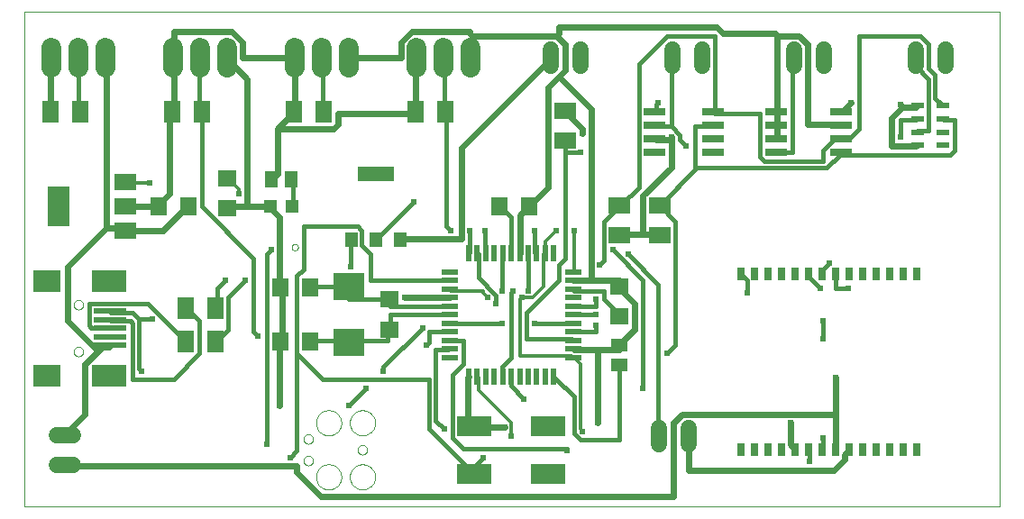
<source format=gtl>
G75*
%MOIN*%
%OFA0B0*%
%FSLAX24Y24*%
%IPPOS*%
%LPD*%
%AMOC8*
5,1,8,0,0,1.08239X$1,22.5*
%
%ADD10C,0.0000*%
%ADD11R,0.0472X0.0472*%
%ADD12R,0.0512X0.0591*%
%ADD13R,0.0709X0.0630*%
%ADD14R,0.0197X0.0591*%
%ADD15R,0.0591X0.0197*%
%ADD16R,0.1250X0.0750*%
%ADD17R,0.0630X0.0709*%
%ADD18R,0.0710X0.0630*%
%ADD19R,0.0630X0.0512*%
%ADD20R,0.1181X0.0984*%
%ADD21R,0.0984X0.0787*%
%ADD22R,0.1299X0.0787*%
%ADD23R,0.1220X0.0197*%
%ADD24R,0.0630X0.0787*%
%ADD25R,0.0790X0.0590*%
%ADD26R,0.0790X0.1500*%
%ADD27R,0.0250X0.0500*%
%ADD28C,0.0600*%
%ADD29R,0.0787X0.0630*%
%ADD30R,0.0800X0.0260*%
%ADD31R,0.0472X0.0197*%
%ADD32R,0.0472X0.0551*%
%ADD33R,0.1378X0.0551*%
%ADD34C,0.0740*%
%ADD35C,0.0240*%
%ADD36C,0.0240*%
%ADD37C,0.0180*%
%ADD38C,0.0120*%
D10*
X003100Y000158D02*
X003100Y018454D01*
X039170Y018454D01*
X039170Y000158D01*
X003100Y000158D01*
X004923Y005892D02*
X004925Y005918D01*
X004931Y005944D01*
X004941Y005969D01*
X004954Y005992D01*
X004970Y006012D01*
X004990Y006030D01*
X005012Y006045D01*
X005035Y006057D01*
X005061Y006065D01*
X005087Y006069D01*
X005113Y006069D01*
X005139Y006065D01*
X005165Y006057D01*
X005189Y006045D01*
X005210Y006030D01*
X005230Y006012D01*
X005246Y005992D01*
X005259Y005969D01*
X005269Y005944D01*
X005275Y005918D01*
X005277Y005892D01*
X005275Y005866D01*
X005269Y005840D01*
X005259Y005815D01*
X005246Y005792D01*
X005230Y005772D01*
X005210Y005754D01*
X005188Y005739D01*
X005165Y005727D01*
X005139Y005719D01*
X005113Y005715D01*
X005087Y005715D01*
X005061Y005719D01*
X005035Y005727D01*
X005011Y005739D01*
X004990Y005754D01*
X004970Y005772D01*
X004954Y005792D01*
X004941Y005815D01*
X004931Y005840D01*
X004925Y005866D01*
X004923Y005892D01*
X004923Y007624D02*
X004925Y007650D01*
X004931Y007676D01*
X004941Y007701D01*
X004954Y007724D01*
X004970Y007744D01*
X004990Y007762D01*
X005012Y007777D01*
X005035Y007789D01*
X005061Y007797D01*
X005087Y007801D01*
X005113Y007801D01*
X005139Y007797D01*
X005165Y007789D01*
X005189Y007777D01*
X005210Y007762D01*
X005230Y007744D01*
X005246Y007724D01*
X005259Y007701D01*
X005269Y007676D01*
X005275Y007650D01*
X005277Y007624D01*
X005275Y007598D01*
X005269Y007572D01*
X005259Y007547D01*
X005246Y007524D01*
X005230Y007504D01*
X005210Y007486D01*
X005188Y007471D01*
X005165Y007459D01*
X005139Y007451D01*
X005113Y007447D01*
X005087Y007447D01*
X005061Y007451D01*
X005035Y007459D01*
X005011Y007471D01*
X004990Y007486D01*
X004970Y007504D01*
X004954Y007524D01*
X004941Y007547D01*
X004931Y007572D01*
X004925Y007598D01*
X004923Y007624D01*
X012982Y009758D02*
X012984Y009779D01*
X012990Y009799D01*
X012999Y009819D01*
X013011Y009836D01*
X013026Y009850D01*
X013044Y009862D01*
X013064Y009870D01*
X013084Y009875D01*
X013105Y009876D01*
X013126Y009873D01*
X013146Y009867D01*
X013165Y009856D01*
X013182Y009843D01*
X013195Y009827D01*
X013206Y009809D01*
X013214Y009789D01*
X013218Y009769D01*
X013218Y009747D01*
X013214Y009727D01*
X013206Y009707D01*
X013195Y009689D01*
X013182Y009673D01*
X013165Y009660D01*
X013146Y009649D01*
X013126Y009643D01*
X013105Y009640D01*
X013084Y009641D01*
X013064Y009646D01*
X013044Y009654D01*
X013026Y009666D01*
X013011Y009680D01*
X012999Y009697D01*
X012990Y009717D01*
X012984Y009737D01*
X012982Y009758D01*
X013883Y003258D02*
X013885Y003301D01*
X013891Y003344D01*
X013901Y003386D01*
X013915Y003427D01*
X013932Y003466D01*
X013953Y003504D01*
X013977Y003539D01*
X014005Y003573D01*
X014035Y003603D01*
X014069Y003631D01*
X014104Y003655D01*
X014142Y003676D01*
X014181Y003693D01*
X014222Y003707D01*
X014264Y003717D01*
X014307Y003723D01*
X014350Y003725D01*
X014393Y003723D01*
X014436Y003717D01*
X014478Y003707D01*
X014519Y003693D01*
X014558Y003676D01*
X014596Y003655D01*
X014631Y003631D01*
X014665Y003603D01*
X014695Y003573D01*
X014723Y003539D01*
X014747Y003504D01*
X014768Y003466D01*
X014785Y003427D01*
X014799Y003386D01*
X014809Y003344D01*
X014815Y003301D01*
X014817Y003258D01*
X014815Y003215D01*
X014809Y003172D01*
X014799Y003130D01*
X014785Y003089D01*
X014768Y003050D01*
X014747Y003012D01*
X014723Y002977D01*
X014695Y002943D01*
X014665Y002913D01*
X014631Y002885D01*
X014596Y002861D01*
X014558Y002840D01*
X014519Y002823D01*
X014478Y002809D01*
X014436Y002799D01*
X014393Y002793D01*
X014350Y002791D01*
X014307Y002793D01*
X014264Y002799D01*
X014222Y002809D01*
X014181Y002823D01*
X014142Y002840D01*
X014104Y002861D01*
X014069Y002885D01*
X014035Y002913D01*
X014005Y002943D01*
X013977Y002977D01*
X013953Y003012D01*
X013932Y003050D01*
X013915Y003089D01*
X013901Y003130D01*
X013891Y003172D01*
X013885Y003215D01*
X013883Y003258D01*
X013425Y002658D02*
X013427Y002684D01*
X013433Y002710D01*
X013442Y002734D01*
X013455Y002757D01*
X013472Y002777D01*
X013491Y002795D01*
X013513Y002810D01*
X013536Y002821D01*
X013561Y002829D01*
X013587Y002833D01*
X013613Y002833D01*
X013639Y002829D01*
X013664Y002821D01*
X013688Y002810D01*
X013709Y002795D01*
X013728Y002777D01*
X013745Y002757D01*
X013758Y002734D01*
X013767Y002710D01*
X013773Y002684D01*
X013775Y002658D01*
X013773Y002632D01*
X013767Y002606D01*
X013758Y002582D01*
X013745Y002559D01*
X013728Y002539D01*
X013709Y002521D01*
X013687Y002506D01*
X013664Y002495D01*
X013639Y002487D01*
X013613Y002483D01*
X013587Y002483D01*
X013561Y002487D01*
X013536Y002495D01*
X013512Y002506D01*
X013491Y002521D01*
X013472Y002539D01*
X013455Y002559D01*
X013442Y002582D01*
X013433Y002606D01*
X013427Y002632D01*
X013425Y002658D01*
X013425Y001858D02*
X013427Y001884D01*
X013433Y001910D01*
X013442Y001934D01*
X013455Y001957D01*
X013472Y001977D01*
X013491Y001995D01*
X013513Y002010D01*
X013536Y002021D01*
X013561Y002029D01*
X013587Y002033D01*
X013613Y002033D01*
X013639Y002029D01*
X013664Y002021D01*
X013688Y002010D01*
X013709Y001995D01*
X013728Y001977D01*
X013745Y001957D01*
X013758Y001934D01*
X013767Y001910D01*
X013773Y001884D01*
X013775Y001858D01*
X013773Y001832D01*
X013767Y001806D01*
X013758Y001782D01*
X013745Y001759D01*
X013728Y001739D01*
X013709Y001721D01*
X013687Y001706D01*
X013664Y001695D01*
X013639Y001687D01*
X013613Y001683D01*
X013587Y001683D01*
X013561Y001687D01*
X013536Y001695D01*
X013512Y001706D01*
X013491Y001721D01*
X013472Y001739D01*
X013455Y001759D01*
X013442Y001782D01*
X013433Y001806D01*
X013427Y001832D01*
X013425Y001858D01*
X013883Y001258D02*
X013885Y001301D01*
X013891Y001344D01*
X013901Y001386D01*
X013915Y001427D01*
X013932Y001466D01*
X013953Y001504D01*
X013977Y001539D01*
X014005Y001573D01*
X014035Y001603D01*
X014069Y001631D01*
X014104Y001655D01*
X014142Y001676D01*
X014181Y001693D01*
X014222Y001707D01*
X014264Y001717D01*
X014307Y001723D01*
X014350Y001725D01*
X014393Y001723D01*
X014436Y001717D01*
X014478Y001707D01*
X014519Y001693D01*
X014558Y001676D01*
X014596Y001655D01*
X014631Y001631D01*
X014665Y001603D01*
X014695Y001573D01*
X014723Y001539D01*
X014747Y001504D01*
X014768Y001466D01*
X014785Y001427D01*
X014799Y001386D01*
X014809Y001344D01*
X014815Y001301D01*
X014817Y001258D01*
X014815Y001215D01*
X014809Y001172D01*
X014799Y001130D01*
X014785Y001089D01*
X014768Y001050D01*
X014747Y001012D01*
X014723Y000977D01*
X014695Y000943D01*
X014665Y000913D01*
X014631Y000885D01*
X014596Y000861D01*
X014558Y000840D01*
X014519Y000823D01*
X014478Y000809D01*
X014436Y000799D01*
X014393Y000793D01*
X014350Y000791D01*
X014307Y000793D01*
X014264Y000799D01*
X014222Y000809D01*
X014181Y000823D01*
X014142Y000840D01*
X014104Y000861D01*
X014069Y000885D01*
X014035Y000913D01*
X014005Y000943D01*
X013977Y000977D01*
X013953Y001012D01*
X013932Y001050D01*
X013915Y001089D01*
X013901Y001130D01*
X013891Y001172D01*
X013885Y001215D01*
X013883Y001258D01*
X015133Y001258D02*
X015135Y001301D01*
X015141Y001344D01*
X015151Y001386D01*
X015165Y001427D01*
X015182Y001466D01*
X015203Y001504D01*
X015227Y001539D01*
X015255Y001573D01*
X015285Y001603D01*
X015319Y001631D01*
X015354Y001655D01*
X015392Y001676D01*
X015431Y001693D01*
X015472Y001707D01*
X015514Y001717D01*
X015557Y001723D01*
X015600Y001725D01*
X015643Y001723D01*
X015686Y001717D01*
X015728Y001707D01*
X015769Y001693D01*
X015808Y001676D01*
X015846Y001655D01*
X015881Y001631D01*
X015915Y001603D01*
X015945Y001573D01*
X015973Y001539D01*
X015997Y001504D01*
X016018Y001466D01*
X016035Y001427D01*
X016049Y001386D01*
X016059Y001344D01*
X016065Y001301D01*
X016067Y001258D01*
X016065Y001215D01*
X016059Y001172D01*
X016049Y001130D01*
X016035Y001089D01*
X016018Y001050D01*
X015997Y001012D01*
X015973Y000977D01*
X015945Y000943D01*
X015915Y000913D01*
X015881Y000885D01*
X015846Y000861D01*
X015808Y000840D01*
X015769Y000823D01*
X015728Y000809D01*
X015686Y000799D01*
X015643Y000793D01*
X015600Y000791D01*
X015557Y000793D01*
X015514Y000799D01*
X015472Y000809D01*
X015431Y000823D01*
X015392Y000840D01*
X015354Y000861D01*
X015319Y000885D01*
X015285Y000913D01*
X015255Y000943D01*
X015227Y000977D01*
X015203Y001012D01*
X015182Y001050D01*
X015165Y001089D01*
X015151Y001130D01*
X015141Y001172D01*
X015135Y001215D01*
X015133Y001258D01*
X015425Y002258D02*
X015427Y002284D01*
X015433Y002310D01*
X015442Y002334D01*
X015455Y002357D01*
X015472Y002377D01*
X015491Y002395D01*
X015513Y002410D01*
X015536Y002421D01*
X015561Y002429D01*
X015587Y002433D01*
X015613Y002433D01*
X015639Y002429D01*
X015664Y002421D01*
X015688Y002410D01*
X015709Y002395D01*
X015728Y002377D01*
X015745Y002357D01*
X015758Y002334D01*
X015767Y002310D01*
X015773Y002284D01*
X015775Y002258D01*
X015773Y002232D01*
X015767Y002206D01*
X015758Y002182D01*
X015745Y002159D01*
X015728Y002139D01*
X015709Y002121D01*
X015687Y002106D01*
X015664Y002095D01*
X015639Y002087D01*
X015613Y002083D01*
X015587Y002083D01*
X015561Y002087D01*
X015536Y002095D01*
X015512Y002106D01*
X015491Y002121D01*
X015472Y002139D01*
X015455Y002159D01*
X015442Y002182D01*
X015433Y002206D01*
X015427Y002232D01*
X015425Y002258D01*
X015133Y003258D02*
X015135Y003301D01*
X015141Y003344D01*
X015151Y003386D01*
X015165Y003427D01*
X015182Y003466D01*
X015203Y003504D01*
X015227Y003539D01*
X015255Y003573D01*
X015285Y003603D01*
X015319Y003631D01*
X015354Y003655D01*
X015392Y003676D01*
X015431Y003693D01*
X015472Y003707D01*
X015514Y003717D01*
X015557Y003723D01*
X015600Y003725D01*
X015643Y003723D01*
X015686Y003717D01*
X015728Y003707D01*
X015769Y003693D01*
X015808Y003676D01*
X015846Y003655D01*
X015881Y003631D01*
X015915Y003603D01*
X015945Y003573D01*
X015973Y003539D01*
X015997Y003504D01*
X016018Y003466D01*
X016035Y003427D01*
X016049Y003386D01*
X016059Y003344D01*
X016065Y003301D01*
X016067Y003258D01*
X016065Y003215D01*
X016059Y003172D01*
X016049Y003130D01*
X016035Y003089D01*
X016018Y003050D01*
X015997Y003012D01*
X015973Y002977D01*
X015945Y002943D01*
X015915Y002913D01*
X015881Y002885D01*
X015846Y002861D01*
X015808Y002840D01*
X015769Y002823D01*
X015728Y002809D01*
X015686Y002799D01*
X015643Y002793D01*
X015600Y002791D01*
X015557Y002793D01*
X015514Y002799D01*
X015472Y002809D01*
X015431Y002823D01*
X015392Y002840D01*
X015354Y002861D01*
X015319Y002885D01*
X015285Y002913D01*
X015255Y002943D01*
X015227Y002977D01*
X015203Y003012D01*
X015182Y003050D01*
X015165Y003089D01*
X015151Y003130D01*
X015141Y003172D01*
X015135Y003215D01*
X015133Y003258D01*
D11*
X013013Y011258D03*
X012187Y011258D03*
D12*
X012226Y012258D03*
X012974Y012258D03*
D13*
X010600Y012309D03*
X010600Y011207D03*
X025100Y008309D03*
X025100Y007207D03*
D14*
X022675Y004975D03*
X022360Y004975D03*
X022045Y004975D03*
X021730Y004975D03*
X021415Y004975D03*
X021100Y004975D03*
X020785Y004975D03*
X020470Y004975D03*
X020155Y004975D03*
X019840Y004975D03*
X019525Y004975D03*
X019525Y009541D03*
X019840Y009541D03*
X020155Y009541D03*
X020470Y009541D03*
X020785Y009541D03*
X021100Y009541D03*
X021415Y009541D03*
X021730Y009541D03*
X022045Y009541D03*
X022360Y009541D03*
X022675Y009541D03*
D15*
X023383Y008833D03*
X023383Y008518D03*
X023383Y008203D03*
X023383Y007888D03*
X023383Y007573D03*
X023383Y007258D03*
X023383Y006943D03*
X023383Y006628D03*
X023383Y006313D03*
X023383Y005998D03*
X023383Y005683D03*
X018817Y005683D03*
X018817Y005998D03*
X018817Y006313D03*
X018817Y006628D03*
X018817Y006943D03*
X018817Y007258D03*
X018817Y007573D03*
X018817Y007888D03*
X018817Y008203D03*
X018817Y008518D03*
X018817Y008833D03*
D16*
X019725Y003133D03*
X019725Y001383D03*
X022475Y001383D03*
X022475Y003133D03*
D17*
X013651Y006258D03*
X012549Y006258D03*
X012549Y008258D03*
X013651Y008258D03*
X009151Y011258D03*
X008049Y011258D03*
X020674Y011258D03*
X021776Y011258D03*
D18*
X016600Y007818D03*
X016600Y006698D03*
D19*
X025100Y006132D03*
X025100Y005384D03*
D20*
X015100Y006248D03*
X015100Y008307D03*
D21*
X003919Y008510D03*
X003919Y005006D03*
D22*
X006242Y005006D03*
X006242Y008510D03*
D23*
X006281Y007388D03*
X006281Y007073D03*
X006281Y006758D03*
X006281Y006443D03*
X006281Y006128D03*
D24*
X009049Y006258D03*
X010151Y006258D03*
X010151Y007508D03*
X009049Y007508D03*
X008549Y014758D03*
X009651Y014758D03*
X013049Y014758D03*
X014151Y014758D03*
X017549Y014758D03*
X018651Y014758D03*
X005151Y014758D03*
X004049Y014758D03*
D25*
X006840Y012168D03*
X006840Y011268D03*
X006840Y010368D03*
D26*
X004360Y011258D03*
D27*
X029600Y008758D03*
X030100Y008758D03*
X030600Y008758D03*
X031100Y008758D03*
X031600Y008758D03*
X032100Y008758D03*
X032600Y008758D03*
X033100Y008758D03*
X033600Y008758D03*
X034100Y008758D03*
X034600Y008758D03*
X035100Y008758D03*
X035600Y008758D03*
X036100Y008758D03*
X036100Y002258D03*
X035600Y002258D03*
X035100Y002258D03*
X034600Y002258D03*
X034100Y002258D03*
X033600Y002258D03*
X033100Y002258D03*
X032600Y002258D03*
X032100Y002258D03*
X031600Y002258D03*
X031100Y002258D03*
X030600Y002258D03*
X030100Y002258D03*
X029600Y002258D03*
D28*
X027650Y002458D02*
X027650Y003058D01*
X026550Y003058D02*
X026550Y002458D01*
X027050Y016458D02*
X027050Y017058D01*
X028150Y017058D02*
X028150Y016458D01*
X031550Y016458D02*
X031550Y017058D01*
X032650Y017058D02*
X032650Y016458D01*
X036050Y016458D02*
X036050Y017058D01*
X037150Y017058D02*
X037150Y016458D01*
X023650Y016458D02*
X023650Y017058D01*
X022550Y017058D02*
X022550Y016458D01*
X004900Y002808D02*
X004300Y002808D01*
X004300Y001708D02*
X004900Y001708D01*
D29*
X023100Y013707D03*
X023100Y014809D03*
X025100Y011309D03*
X025100Y010207D03*
X026600Y010207D03*
X026600Y011309D03*
D30*
X026390Y013258D03*
X026390Y013758D03*
X026390Y014258D03*
X026390Y014758D03*
X028560Y014758D03*
X028560Y014258D03*
X028560Y013758D03*
X028560Y013258D03*
X030890Y013258D03*
X030890Y013758D03*
X030890Y014258D03*
X030890Y014758D03*
X033310Y014758D03*
X033310Y014258D03*
X033310Y013758D03*
X033310Y013258D03*
D31*
X036128Y013520D03*
X036128Y014012D03*
X036128Y014504D03*
X036128Y014996D03*
X037072Y014996D03*
X037072Y014504D03*
X037072Y014012D03*
X037072Y013520D03*
D32*
X017010Y010038D03*
X016100Y010038D03*
X015190Y010038D03*
D33*
X016100Y012478D03*
D34*
X015100Y016388D02*
X015100Y017128D01*
X014100Y017128D02*
X014100Y016388D01*
X013100Y016388D02*
X013100Y017128D01*
X010600Y017128D02*
X010600Y016388D01*
X009600Y016388D02*
X009600Y017128D01*
X008600Y017128D02*
X008600Y016388D01*
X006100Y016388D02*
X006100Y017128D01*
X005100Y017128D02*
X005100Y016388D01*
X004100Y016388D02*
X004100Y017128D01*
X017600Y017128D02*
X017600Y016388D01*
X018600Y016388D02*
X018600Y017128D01*
X019600Y017128D02*
X019600Y016388D01*
D35*
X019600Y016758D02*
X019660Y016778D01*
X019660Y017578D01*
X019580Y017658D01*
X019580Y017738D01*
X017420Y017738D01*
X017020Y017338D01*
X017020Y016778D01*
X015100Y016778D01*
X015100Y016758D01*
X013100Y016758D02*
X013020Y016778D01*
X011180Y016778D01*
X011180Y017338D01*
X010780Y017738D01*
X008620Y017738D01*
X008620Y016858D01*
X008600Y016758D01*
X008620Y016698D01*
X008620Y014778D01*
X008549Y014758D01*
X008460Y014698D01*
X008460Y011738D01*
X008060Y011338D01*
X008049Y011258D01*
X006860Y011258D01*
X006840Y011268D01*
X006780Y010458D02*
X006140Y010458D01*
X004700Y009018D01*
X004700Y007018D01*
X005820Y005898D01*
X005340Y005418D01*
X005340Y003578D01*
X004620Y002858D01*
X004600Y002808D01*
X004600Y001708D02*
X004620Y001658D01*
X013180Y001658D01*
X013180Y001418D01*
X014060Y000538D01*
X027100Y000538D01*
X027100Y003258D01*
X027420Y003578D01*
X033100Y003578D01*
X033100Y002258D01*
X033420Y002058D02*
X033420Y001898D01*
X033020Y001498D01*
X027660Y001498D01*
X027660Y002698D01*
X027650Y002758D01*
X024300Y003258D02*
X024300Y005978D01*
X023420Y005978D01*
X023383Y005998D01*
X024300Y005978D02*
X025100Y005978D01*
X025100Y006132D01*
X025180Y006218D01*
X025660Y006698D01*
X025660Y007658D01*
X025100Y008218D01*
X025100Y008309D01*
X025100Y008538D01*
X024060Y008538D01*
X024060Y014858D01*
X022860Y016058D01*
X022460Y015658D01*
X022460Y011978D01*
X021820Y011338D01*
X021776Y011258D01*
X021740Y011258D01*
X021420Y010938D01*
X021420Y009578D01*
X021415Y009541D01*
X023383Y008518D02*
X023420Y008538D01*
X024060Y008538D01*
X025100Y010207D02*
X025100Y010218D01*
X025980Y010218D01*
X025980Y011658D01*
X027020Y012698D01*
X027020Y013738D01*
X027020Y013818D01*
X027020Y013738D02*
X026460Y013738D01*
X026390Y013758D01*
X023740Y013978D02*
X023740Y014138D01*
X023100Y014778D01*
X023100Y014809D01*
X022860Y016058D02*
X023100Y016298D01*
X023100Y017258D01*
X022780Y017578D01*
X022860Y017658D01*
X022860Y017898D01*
X028700Y017898D01*
X028940Y017658D01*
X030860Y017658D01*
X030940Y017578D01*
X030940Y014858D01*
X030890Y014758D01*
X030940Y014698D01*
X030940Y014298D01*
X030890Y014258D01*
X030940Y014218D01*
X030940Y013818D01*
X030890Y013758D01*
X032060Y014298D02*
X032060Y017258D01*
X031740Y017578D01*
X030940Y017578D01*
X033660Y015098D02*
X033340Y014778D01*
X033310Y014758D01*
X033260Y014298D02*
X033310Y014258D01*
X033260Y014298D02*
X032060Y014298D01*
X035180Y014538D02*
X035180Y013498D01*
X036060Y013498D01*
X036128Y013520D01*
X035180Y014538D02*
X035580Y014938D01*
X035500Y015018D01*
X035580Y014938D02*
X036060Y014938D01*
X036128Y014996D01*
X026600Y010207D02*
X026540Y010218D01*
X025980Y010218D01*
X019260Y010058D02*
X019260Y013418D01*
X022540Y016698D01*
X022550Y016758D01*
X022780Y017578D02*
X019660Y017578D01*
X017600Y016758D02*
X017580Y016698D01*
X017580Y014778D01*
X017549Y014758D01*
X017500Y014698D01*
X014700Y014698D01*
X014700Y014298D01*
X014540Y014138D01*
X012620Y014138D01*
X012540Y014218D01*
X012460Y014138D01*
X012460Y012458D01*
X012300Y012298D01*
X012226Y012258D01*
X012187Y011258D02*
X011340Y011258D01*
X011340Y015978D01*
X010620Y016698D01*
X010600Y016758D01*
X013100Y016758D02*
X013100Y014858D01*
X013049Y014758D01*
X013020Y014698D01*
X012540Y014218D01*
X012187Y011258D02*
X012220Y011178D01*
X012540Y010858D01*
X012540Y008378D01*
X012549Y008258D01*
X012620Y008218D01*
X012620Y006298D01*
X012549Y006258D01*
X012540Y006138D01*
X012540Y003898D01*
X017180Y007898D02*
X018780Y007898D01*
X018817Y007888D01*
X019260Y010058D02*
X017020Y010058D01*
X017010Y010038D01*
X011340Y011258D02*
X010620Y011258D01*
X010600Y011207D01*
X009151Y011258D02*
X009100Y011258D01*
X008220Y010378D01*
X006860Y010378D01*
X006840Y010368D01*
X006780Y010458D01*
X006140Y010458D02*
X006140Y016698D01*
X006100Y016758D01*
X004100Y016758D02*
X004060Y016698D01*
X004060Y014778D01*
X004049Y014758D01*
X006281Y006128D02*
X006220Y006058D01*
X005980Y006058D01*
X005820Y005898D01*
X019500Y004938D02*
X019500Y003338D01*
X019660Y003178D01*
X019725Y003133D01*
X019820Y003098D01*
X020860Y003098D01*
X019500Y004938D02*
X019525Y004975D01*
X031420Y003258D02*
X031420Y002458D01*
X031580Y002298D01*
X031600Y002258D01*
X033420Y002058D02*
X033580Y002218D01*
X033600Y002258D01*
X033100Y003578D02*
X033100Y004938D01*
D36*
X033100Y004938D03*
X032620Y006378D03*
X032620Y007018D03*
X032540Y008218D03*
X033580Y008218D03*
X032860Y009178D03*
X029820Y008058D03*
X026860Y005818D03*
X025980Y004538D03*
X024300Y003258D03*
X023740Y002938D03*
X023180Y002218D03*
X021100Y002778D03*
X020860Y003098D03*
X021580Y004138D03*
X018620Y003018D03*
X020060Y001978D03*
X015740Y004538D03*
X015100Y003898D03*
X016380Y005178D03*
X017980Y006138D03*
X017820Y006778D03*
X017180Y007898D03*
X015180Y009018D03*
X012220Y009658D03*
X011260Y008538D03*
X010540Y008538D03*
X007820Y007098D03*
X007420Y005178D03*
X011740Y006458D03*
X012540Y003898D03*
X012060Y002458D03*
X012940Y001978D03*
X020780Y006938D03*
X020540Y007658D03*
X020220Y007898D03*
X020780Y008138D03*
X021180Y008138D03*
X021500Y007898D03*
X021740Y008138D03*
X021980Y006938D03*
X024220Y006858D03*
X024220Y007258D03*
X024220Y007818D03*
X024380Y009098D03*
X024860Y009658D03*
X025420Y009498D03*
X023420Y010378D03*
X022780Y010378D03*
X021980Y010378D03*
X020140Y010378D03*
X019580Y010378D03*
X018860Y010378D03*
X017500Y011418D03*
X023660Y013258D03*
X023740Y013978D03*
X026540Y015098D03*
X027020Y013818D03*
X027580Y013498D03*
X033660Y015098D03*
X035500Y015018D03*
X035500Y013818D03*
X031420Y003258D03*
X032620Y002698D03*
X032140Y001818D03*
X011020Y011738D03*
X007740Y012138D03*
D37*
X009660Y011258D02*
X009660Y014698D01*
X009651Y014758D01*
X009580Y014778D01*
X009580Y016698D01*
X009600Y016758D01*
X005100Y016758D02*
X005100Y014778D01*
X005151Y014758D01*
X009660Y011258D02*
X011580Y009338D01*
X011580Y006618D01*
X011740Y006458D01*
X010620Y006698D02*
X010220Y006298D01*
X010151Y006258D01*
X010620Y006698D02*
X010620Y007898D01*
X011260Y008538D01*
X010540Y008538D02*
X010220Y008218D01*
X010220Y007578D01*
X010151Y007508D01*
X009580Y007018D02*
X009580Y005818D01*
X008620Y004858D01*
X007100Y004858D01*
X007100Y006938D01*
X007020Y007018D01*
X006300Y007018D01*
X006281Y007073D01*
X006300Y007338D02*
X006281Y007388D01*
X006300Y007338D02*
X007100Y007338D01*
X007340Y007098D01*
X007820Y007098D01*
X007340Y007098D02*
X007340Y005258D01*
X007420Y005178D01*
X009020Y006298D02*
X009049Y006258D01*
X009020Y006298D02*
X007660Y007658D01*
X005500Y007658D01*
X005500Y006858D01*
X005580Y006778D01*
X006220Y006778D01*
X006281Y006758D01*
X009049Y007508D02*
X009100Y007498D01*
X009580Y007018D01*
X012060Y009498D02*
X012060Y002458D01*
X012940Y001978D02*
X013180Y002218D01*
X013180Y005818D01*
X014140Y004858D01*
X018060Y004858D01*
X018060Y003018D01*
X019660Y001418D01*
X019725Y001383D01*
X019660Y001498D01*
X019660Y001578D01*
X020060Y001978D01*
X019340Y002298D02*
X023180Y002298D01*
X023180Y002218D01*
X023660Y002618D02*
X025100Y002618D01*
X025100Y005384D01*
X025980Y004538D02*
X025980Y008538D01*
X024860Y009658D01*
X024540Y009258D02*
X024540Y010698D01*
X025100Y011258D01*
X025100Y011309D01*
X025180Y011338D01*
X025820Y011978D01*
X025820Y016538D01*
X026860Y017578D01*
X028620Y017578D01*
X028620Y014778D01*
X028560Y014758D01*
X028620Y014698D01*
X030300Y014698D01*
X030300Y013098D01*
X030460Y012938D01*
X032620Y012938D01*
X032620Y013338D01*
X033020Y013738D01*
X033260Y013738D01*
X033310Y013758D01*
X033340Y013818D01*
X033660Y013818D01*
X033980Y014138D01*
X033980Y017578D01*
X036220Y017578D01*
X036540Y017258D01*
X036540Y016378D01*
X036780Y016138D01*
X036780Y015258D01*
X037020Y015018D01*
X037072Y014996D01*
X037072Y014504D02*
X037100Y014458D01*
X037500Y014458D01*
X037500Y013338D01*
X037340Y013178D01*
X033340Y013178D01*
X033340Y013258D01*
X033310Y013258D01*
X033260Y013178D01*
X032780Y012698D01*
X027900Y012698D01*
X027900Y014218D01*
X028540Y014218D01*
X028560Y014258D01*
X027580Y013498D02*
X027340Y013738D01*
X027340Y013898D01*
X027020Y014218D01*
X027020Y016698D01*
X027050Y016758D01*
X026540Y015098D02*
X026460Y015018D01*
X026460Y014778D01*
X026390Y014758D01*
X026390Y014258D02*
X026460Y014218D01*
X027020Y014218D01*
X027900Y012698D02*
X027900Y012618D01*
X026620Y011338D01*
X026600Y011309D01*
X026620Y011258D01*
X027180Y010698D01*
X027180Y006138D01*
X026860Y005818D01*
X025100Y007207D02*
X025100Y007258D01*
X024540Y007818D01*
X024540Y008138D01*
X023420Y008138D01*
X023383Y008203D01*
X022860Y008538D02*
X022860Y009098D01*
X023100Y009338D01*
X023100Y013258D01*
X023660Y013258D01*
X023100Y013258D02*
X023100Y013707D01*
X020700Y011258D02*
X020674Y011258D01*
X020700Y011258D02*
X021100Y010858D01*
X021100Y009541D01*
X020785Y009541D02*
X020780Y009498D01*
X020780Y008138D01*
X020540Y007978D02*
X020540Y007658D01*
X020540Y007978D02*
X019900Y008618D01*
X019900Y009498D01*
X019840Y009541D01*
X019580Y009578D02*
X019525Y009541D01*
X019580Y009578D02*
X019580Y010378D01*
X020140Y010378D02*
X020140Y009578D01*
X020155Y009541D01*
X018860Y010378D02*
X018700Y010538D01*
X018700Y014698D01*
X018651Y014758D01*
X018620Y014778D01*
X018620Y016698D01*
X018600Y016758D01*
X014140Y016698D02*
X014140Y014778D01*
X014151Y014758D01*
X014140Y016698D02*
X014100Y016758D01*
X012974Y012258D02*
X013020Y012218D01*
X013020Y011258D01*
X013013Y011258D01*
X013420Y010538D02*
X013420Y008938D01*
X013180Y008698D01*
X013180Y005818D01*
X013651Y006258D02*
X013660Y006298D01*
X015100Y006298D01*
X015100Y006248D01*
X015180Y006298D01*
X016540Y006298D01*
X016540Y006698D01*
X016600Y006698D01*
X016620Y006778D01*
X016620Y007258D01*
X018817Y007258D01*
X018817Y006943D02*
X018860Y006938D01*
X020780Y006938D01*
X021660Y007338D02*
X022860Y008538D01*
X021740Y008138D02*
X021740Y009498D01*
X021730Y009541D01*
X021980Y009578D02*
X022045Y009541D01*
X021980Y009578D02*
X021980Y010378D01*
X024380Y009098D02*
X024540Y009258D01*
X025420Y009498D02*
X026540Y008378D01*
X026540Y002778D01*
X026550Y002758D01*
X023660Y002618D02*
X023420Y002858D01*
X023420Y004218D01*
X022700Y004938D01*
X022675Y004975D01*
X021580Y004138D02*
X021100Y004618D01*
X021100Y004975D01*
X020785Y004975D02*
X020780Y005018D01*
X020780Y005338D01*
X021100Y005658D01*
X021100Y008058D01*
X021180Y008138D01*
X021660Y007338D02*
X021660Y006378D01*
X023340Y006378D01*
X023383Y006313D01*
X023420Y006618D02*
X023383Y006628D01*
X023420Y006618D02*
X024220Y006618D01*
X024220Y006858D01*
X024220Y007258D02*
X023383Y007258D01*
X023383Y006943D02*
X023340Y006938D01*
X021980Y006938D01*
X023383Y007573D02*
X023420Y007578D01*
X024220Y007578D01*
X024220Y007818D01*
X019340Y006298D02*
X019340Y005418D01*
X018940Y005018D01*
X018940Y002698D01*
X019340Y002298D01*
X018620Y003018D02*
X018300Y003338D01*
X018300Y005978D01*
X018780Y005978D01*
X018817Y005998D01*
X018860Y006298D02*
X018817Y006313D01*
X018860Y006298D02*
X019340Y006298D01*
X018817Y006628D02*
X018780Y006618D01*
X018060Y006618D01*
X018060Y006218D01*
X017980Y006138D01*
X017820Y006778D02*
X016380Y005338D01*
X016380Y005178D01*
X015740Y004538D02*
X015100Y003898D01*
X016620Y007578D02*
X016620Y007738D01*
X016600Y007818D01*
X016540Y007818D01*
X015100Y007818D01*
X015100Y008307D01*
X015100Y008298D01*
X013660Y008298D01*
X013651Y008258D01*
X015180Y009018D02*
X015180Y009978D01*
X015190Y010038D01*
X015580Y009818D02*
X015580Y010378D01*
X015420Y010538D01*
X013420Y010538D01*
X012220Y009658D02*
X012060Y009498D01*
X015580Y009818D02*
X015900Y009498D01*
X015900Y008538D01*
X018780Y008538D01*
X018817Y008518D01*
X018780Y007578D02*
X018817Y007573D01*
X018780Y007578D02*
X016620Y007578D01*
X016100Y010038D02*
X016140Y010058D01*
X017500Y011418D01*
X029600Y008758D02*
X029820Y008538D01*
X029820Y008058D01*
X032100Y008758D02*
X032140Y008698D01*
X032140Y008618D01*
X032540Y008218D01*
X032600Y008758D02*
X032620Y008778D01*
X032620Y008938D01*
X032860Y009178D01*
X033100Y008758D02*
X033100Y008218D01*
X033580Y008218D01*
X032620Y007018D02*
X032620Y006378D01*
X032620Y002698D02*
X032620Y002298D01*
X032600Y002258D01*
X032140Y002218D02*
X032140Y001818D01*
X032140Y002218D02*
X032100Y002258D01*
X031500Y013258D02*
X030890Y013258D01*
X031500Y013258D02*
X031500Y016698D01*
X031550Y016758D01*
X035500Y014458D02*
X035500Y013818D01*
X036128Y014012D02*
X036140Y014058D01*
X036540Y014058D01*
X036540Y015978D01*
X036060Y016458D01*
X036060Y016698D01*
X036050Y016758D01*
X036128Y014504D02*
X036060Y014458D01*
X035500Y014458D01*
D38*
X023420Y010378D02*
X023420Y008858D01*
X023383Y008833D01*
X022300Y008298D02*
X022300Y009498D01*
X022360Y009541D01*
X022380Y009578D01*
X022380Y009978D01*
X022780Y010378D01*
X022300Y008298D02*
X021900Y007898D01*
X021500Y007898D01*
X021420Y007818D01*
X021420Y005738D01*
X023340Y005738D01*
X023383Y005683D01*
X023420Y005658D01*
X023660Y005418D01*
X023660Y003018D01*
X023740Y002938D01*
X021100Y002778D02*
X021100Y003258D01*
X019900Y004458D01*
X019900Y004938D01*
X019840Y004975D01*
X020220Y007898D02*
X020060Y008058D01*
X020060Y008138D01*
X018860Y008138D01*
X018817Y008203D01*
X011020Y011738D02*
X011020Y011898D01*
X010620Y012298D01*
X010600Y012309D01*
X007740Y012138D02*
X006860Y012138D01*
X006840Y012168D01*
M02*

</source>
